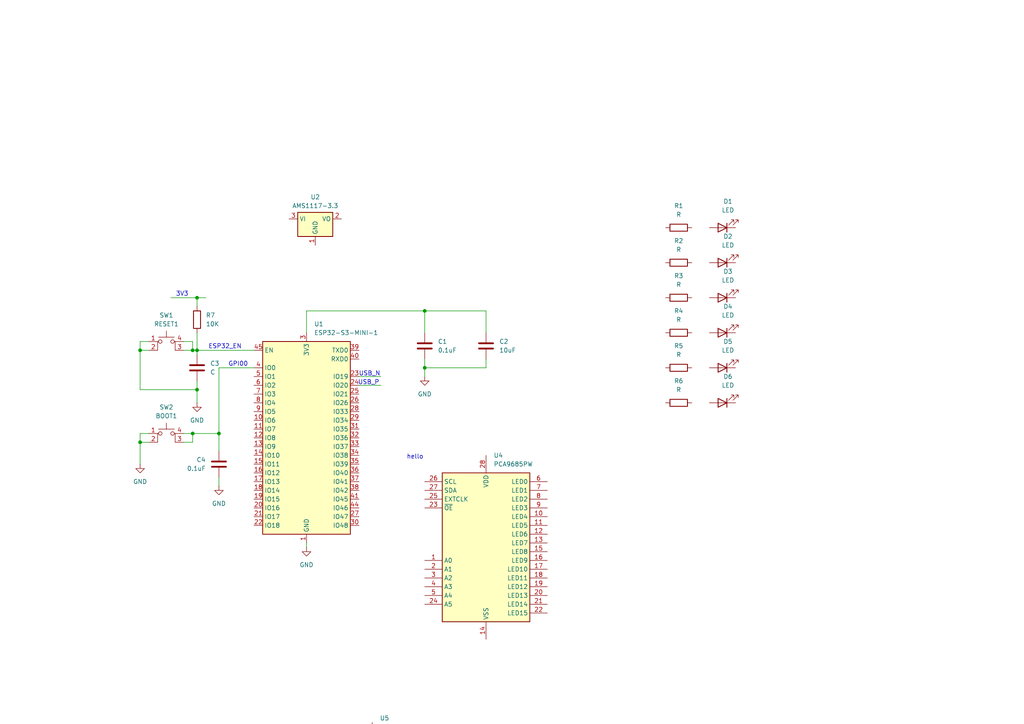
<source format=kicad_sch>
(kicad_sch (version 20231120) (generator "eeschema") (generator_version "8.0")
  (paper "A4")
  (lib_symbols
    (symbol "Device:C" (pin_numbers hide) (pin_names (offset 0.254))
      (property "Reference" "C" (at 0.635 2.54 0))
      (property "Value" "C" (at 0.635 -2.54 0))
      (symbol "C_0_1"
        (polyline (pts (xy -2.032 -0.762) (xy 2.032 -0.762)) (stroke (width 0.508)))
        (polyline (pts (xy -2.032 0.762) (xy 2.032 0.762)) (stroke (width 0.508)))
      )
      (symbol "C_1_1"
        (pin passive line (at 0 3.81 270) (length 2.794) (name "~") (number "1"))
        (pin passive line (at 0 -3.81 90) (length 2.794) (name "~") (number "2"))
      )
    )
    (symbol "Device:LED" (pin_numbers hide) (pin_names (offset 1.016) hide)
      (property "Reference" "D" (at 0 2.54 0))
      (property "Value" "LED" (at 0 -2.54 0))
      (symbol "LED_0_1"
        (polyline (pts (xy -1.27 -1.27) (xy -1.27 1.27)) (stroke (width 0.254)))
        (polyline (pts (xy -1.27 0) (xy 1.27 0)))
        (polyline (pts (xy 1.27 -1.27) (xy 1.27 1.27) (xy -1.27 0) (xy 1.27 -1.27)) (stroke (width 0.254)))
        (polyline (pts (xy -3.048 -0.762) (xy -4.572 -2.286) (xy -3.81 -2.286) (xy -4.572 -2.286) (xy -4.572 -1.524)))
        (polyline (pts (xy -1.778 -0.762) (xy -3.302 -2.286) (xy -2.54 -2.286) (xy -3.302 -2.286) (xy -3.302 -1.524)))
      )
      (symbol "LED_1_1"
        (pin passive line (at -3.81 0 0) (length 2.54) (name "K") (number "1"))
        (pin passive line (at 3.81 0 180) (length 2.54) (name "A") (number "2"))
      )
    )
    (symbol "Device:R" (pin_numbers hide) (pin_names (offset 0))
      (property "Reference" "R" (at 2.032 0 90))
      (property "Value" "R" (at 0 0 90))
      (symbol "R_0_1"
        (rectangle (start -1.016 -2.54) (end 1.016 2.54) (stroke (width 0.254)))
      )
      (symbol "R_1_1"
        (pin passive line (at 0 3.81 270) (length 1.27) (name "~") (number "1"))
        (pin passive line (at 0 -3.81 90) (length 1.27) (name "~") (number "2"))
      )
    )
    (symbol "Driver_LED:PCA9685PW"
      (property "Reference" "U" (at -12.7 22.225 0))
      (property "Value" "PCA9685PW" (at 1.27 22.225 0))
      (symbol "PCA9685PW_0_1"
        (rectangle (start -12.7 20.32) (end 12.7 -22.86) (stroke (width 0.254)) (fill (type background)))
      )
      (symbol "PCA9685PW_1_1"
        (pin input line (at -17.78 -5.08 0) (length 5.08) (name "A0") (number "1"))
        (pin output line (at 17.78 7.62 180) (length 5.08) (name "LED4") (number "10"))
        (pin output line (at 17.78 5.08 180) (length 5.08) (name "LED5") (number "11"))
        (pin output line (at 17.78 2.54 180) (length 5.08) (name "LED6") (number "12"))
        (pin output line (at 17.78 0 180) (length 5.08) (name "LED7") (number "13"))
        (pin power_in line (at 0 -27.94 90) (length 5.08) (name "VSS") (number "14"))
        (pin output line (at 17.78 -2.54 180) (length 5.08) (name "LED8") (number "15"))
        (pin output line (at 17.78 -5.08 180) (length 5.08) (name "LED9") (number "16"))
        (pin output line (at 17.78 -7.62 180) (length 5.08) (name "LED10") (number "17"))
        (pin output line (at 17.78 -10.16 180) (length 5.08) (name "LED11") (number "18"))
        (pin output line (at 17.78 -12.7 180) (length 5.08) (name "LED12") (number "19"))
        (pin input line (at -17.78 -7.62 0) (length 5.08) (name "A1") (number "2"))
        (pin output line (at 17.78 -15.24 180) (length 5.08) (name "LED13") (number "20"))
        (pin output line (at 17.78 -17.78 180) (length 5.08) (name "LED14") (number "21"))
        (pin output line (at 17.78 -20.32 180) (length 5.08) (name "LED15") (number "22"))
        (pin input line (at -17.78 10.16 0) (length 5.08) (name "~{OE}") (number "23"))
        (pin input line (at -17.78 -17.78 0) (length 5.08) (name "A5") (number "24"))
        (pin input line (at -17.78 12.7 0) (length 5.08) (name "EXTCLK") (number "25"))
        (pin input line (at -17.78 17.78 0) (length 5.08) (name "SCL") (number "26"))
        (pin bidirectional line (at -17.78 15.24 0) (length 5.08) (name "SDA") (number "27"))
        (pin power_in line (at 0 25.4 270) (length 5.08) (name "VDD") (number "28"))
        (pin input line (at -17.78 -10.16 0) (length 5.08) (name "A2") (number "3"))
        (pin input line (at -17.78 -12.7 0) (length 5.08) (name "A3") (number "4"))
        (pin input line (at -17.78 -15.24 0) (length 5.08) (name "A4") (number "5"))
        (pin output line (at 17.78 17.78 180) (length 5.08) (name "LED0") (number "6"))
        (pin output line (at 17.78 15.24 180) (length 5.08) (name "LED1") (number "7"))
        (pin output line (at 17.78 12.7 180) (length 5.08) (name "LED2") (number "8"))
        (pin output line (at 17.78 10.16 180) (length 5.08) (name "LED3") (number "9"))
      )
    )
    (symbol "Driver_LED:TLC5947RHB" (pin_names (offset 1.016))
      (property "Reference" "U" (at -13.97 38.1 0))
      (property "Value" "TLC5947RHB" (at -13.97 35.56 0))
      (symbol "TLC5947RHB_0_1"
        (rectangle (start -13.97 34.29) (end 13.97 -31.75) (stroke (width 0.254)) (fill (type background)))
        (pin output line (at 17.78 30.48 180) (length 3.81) (name "OUT0") (number "1"))
        (pin output line (at 17.78 7.62 180) (length 3.81) (name "OUT9") (number "10"))
        (pin output line (at 17.78 5.08 180) (length 3.81) (name "OUT10") (number "11"))
        (pin output line (at 17.78 2.54 180) (length 3.81) (name "OUT11") (number "12"))
        (pin output line (at 17.78 0 180) (length 3.81) (name "OUT12") (number "13"))
        (pin output line (at 17.78 -2.54 180) (length 3.81) (name "OUT13") (number "14"))
        (pin output line (at 17.78 -5.08 180) (length 3.81) (name "OUT14") (number "15"))
        (pin output line (at 17.78 -7.62 180) (length 3.81) (name "OUT15") (number "16"))
        (pin output line (at 17.78 -10.16 180) (length 3.81) (name "OUT16") (number "17"))
        (pin output line (at 17.78 -12.7 180) (length 3.81) (name "OUT17") (number "18"))
        (pin output line (at 17.78 -15.24 180) (length 3.81) (name "OUT18") (number "19"))
        (pin output line (at 17.78 27.94 180) (length 3.81) (name "OUT1") (number "2"))
        (pin output line (at 17.78 -17.78 180) (length 3.81) (name "OUT19") (number "20"))
        (pin output line (at 17.78 -20.32 180) (length 3.81) (name "OUT20") (number "21"))
        (pin output line (at 17.78 -22.86 180) (length 3.81) (name "OUT21") (number "22"))
        (pin output line (at 17.78 -25.4 180) (length 3.81) (name "OUT22") (number "23"))
        (pin output line (at 17.78 -27.94 180) (length 3.81) (name "OUT23") (number "24"))
        (pin output line (at -17.78 -5.08 0) (length 3.81) (name "SOUT") (number "25"))
        (pin input line (at -17.78 2.54 0) (length 3.81) (name "XLAT") (number "26"))
        (pin input line (at -17.78 7.62 0) (length 3.81) (name "IREF") (number "27"))
        (pin power_in line (at 5.08 38.1 270) (length 3.81) (name "VCC") (number "28"))
        (pin power_in line (at -2.54 -35.56 90) (length 3.81) (name "GND") (number "29"))
        (pin output line (at 17.78 25.4 180) (length 3.81) (name "OUT2") (number "3"))
        (pin input line (at -17.78 5.08 0) (length 3.81) (name "BLANK") (number "30"))
        (pin input line (at -17.78 0 0) (length 3.81) (name "SCLK") (number "31"))
        (pin input line (at -17.78 -2.54 0) (length 3.81) (name "SIN") (number "32"))
        (pin power_in line (at 2.54 -35.56 90) (length 3.81) (name "PowerPAD") (number "33"))
        (pin output line (at 17.78 22.86 180) (length 3.81) (name "OUT3") (number "4"))
        (pin output line (at 17.78 20.32 180) (length 3.81) (name "OUT4") (number "5"))
        (pin output line (at 17.78 17.78 180) (length 3.81) (name "OUT5") (number "6"))
        (pin output line (at 17.78 15.24 180) (length 3.81) (name "OUT6") (number "7"))
        (pin output line (at 17.78 12.7 180) (length 3.81) (name "OUT7") (number "8"))
        (pin output line (at 17.78 10.16 180) (length 3.81) (name "OUT8") (number "9"))
      )
    )
    (symbol "RF_Module:ESP32-S3-MINI-1"
      (property "Reference" "U" (at -11.43 29.21 0))
      (property "Value" "ESP32-S3-MINI-1" (at 12.7 29.21 0))
      (symbol "ESP32-S3-MINI-1_0_1"
        (rectangle (start -12.7 27.94) (end 12.7 -27.94) (stroke (width 0.254)) (fill (type background)))
      )
      (symbol "ESP32-S3-MINI-1_1_1"
        (pin power_in line (at 0 -30.48 90) (length 2.54) (name "GND") (number "1"))
        (pin bidirectional line (at -15.24 5.08 0) (length 2.54) (name "IO6") (number "10"))
        (pin bidirectional line (at -15.24 2.54 0) (length 2.54) (name "IO7") (number "11"))
        (pin bidirectional line (at -15.24 0 0) (length 2.54) (name "IO8") (number "12"))
        (pin bidirectional line (at -15.24 -2.54 0) (length 2.54) (name "IO9") (number "13"))
        (pin bidirectional line (at -15.24 -5.08 0) (length 2.54) (name "IO10") (number "14"))
        (pin bidirectional line (at -15.24 -7.62 0) (length 2.54) (name "IO11") (number "15"))
        (pin bidirectional line (at -15.24 -10.16 0) (length 2.54) (name "IO12") (number "16"))
        (pin bidirectional line (at -15.24 -12.7 0) (length 2.54) (name "IO13") (number "17"))
        (pin bidirectional line (at -15.24 -15.24 0) (length 2.54) (name "IO14") (number "18"))
        (pin bidirectional line (at -15.24 -17.78 0) (length 2.54) (name "IO15") (number "19"))
        (pin passive line (at 0 -30.48 90) (length 2.54) hide (name "GND") (number "2"))
        (pin bidirectional line (at -15.24 -20.32 0) (length 2.54) (name "IO16") (number "20"))
        (pin bidirectional line (at -15.24 -22.86 0) (length 2.54) (name "IO17") (number "21"))
        (pin bidirectional line (at -15.24 -25.4 0) (length 2.54) (name "IO18") (number "22"))
        (pin bidirectional line (at 15.24 17.78 180) (length 2.54) (name "IO19") (number "23"))
        (pin bidirectional line (at 15.24 15.24 180) (length 2.54) (name "IO20") (number "24"))
        (pin bidirectional line (at 15.24 12.7 180) (length 2.54) (name "IO21") (number "25"))
        (pin bidirectional line (at 15.24 10.16 180) (length 2.54) (name "IO26") (number "26"))
        (pin bidirectional line (at 15.24 -22.86 180) (length 2.54) (name "IO47") (number "27"))
        (pin bidirectional line (at 15.24 7.62 180) (length 2.54) (name "IO33") (number "28"))
        (pin bidirectional line (at 15.24 5.08 180) (length 2.54) (name "IO34") (number "29"))
        (pin power_in line (at 0 30.48 270) (length 2.54) (name "3V3") (number "3"))
        (pin bidirectional line (at 15.24 -25.4 180) (length 2.54) (name "IO48") (number "30"))
        (pin bidirectional line (at 15.24 2.54 180) (length 2.54) (name "IO35") (number "31"))
        (pin bidirectional line (at 15.24 0 180) (length 2.54) (name "IO36") (number "32"))
        (pin bidirectional line (at 15.24 -2.54 180) (length 2.54) (name "IO37") (number "33"))
        (pin bidirectional line (at 15.24 -5.08 180) (length 2.54) (name "IO38") (number "34"))
        (pin bidirectional line (at 15.24 -7.62 180) (length 2.54) (name "IO39") (number "35"))
        (pin bidirectional line (at 15.24 -10.16 180) (length 2.54) (name "IO40") (number "36"))
        (pin bidirectional line (at 15.24 -12.7 180) (length 2.54) (name "IO41") (number "37"))
        (pin bidirectional line (at 15.24 -15.24 180) (length 2.54) (name "IO42") (number "38"))
        (pin bidirectional line (at 15.24 25.4 180) (length 2.54) (name "TXD0") (number "39"))
        (pin bidirectional line (at -15.24 20.32 0) (length 2.54) (name "IO0") (number "4"))
        (pin bidirectional line (at 15.24 22.86 180) (length 2.54) (name "RXD0") (number "40"))
        (pin bidirectional line (at 15.24 -17.78 180) (length 2.54) (name "IO45") (number "41"))
        (pin passive line (at 0 -30.48 90) (length 2.54) hide (name "GND") (number "42"))
        (pin passive line (at 0 -30.48 90) (length 2.54) hide (name "GND") (number "43"))
        (pin bidirectional line (at 15.24 -20.32 180) (length 2.54) (name "IO46") (number "44"))
        (pin input line (at -15.24 25.4 0) (length 2.54) (name "EN") (number "45"))
        (pin passive line (at 0 -30.48 90) (length 2.54) hide (name "GND") (number "46"))
        (pin passive line (at 0 -30.48 90) (length 2.54) hide (name "GND") (number "47"))
        (pin passive line (at 0 -30.48 90) (length 2.54) hide (name "GND") (number "48"))
        (pin passive line (at 0 -30.48 90) (length 2.54) hide (name "GND") (number "49"))
        (pin bidirectional line (at -15.24 17.78 0) (length 2.54) (name "IO1") (number "5"))
        (pin passive line (at 0 -30.48 90) (length 2.54) hide (name "GND") (number "50"))
        (pin passive line (at 0 -30.48 90) (length 2.54) hide (name "GND") (number "51"))
        (pin passive line (at 0 -30.48 90) (length 2.54) hide (name "GND") (number "52"))
        (pin passive line (at 0 -30.48 90) (length 2.54) hide (name "GND") (number "53"))
        (pin passive line (at 0 -30.48 90) (length 2.54) hide (name "GND") (number "54"))
        (pin passive line (at 0 -30.48 90) (length 2.54) hide (name "GND") (number "55"))
        (pin passive line (at 0 -30.48 90) (length 2.54) hide (name "GND") (number "56"))
        (pin passive line (at 0 -30.48 90) (length 2.54) hide (name "GND") (number "57"))
        (pin passive line (at 0 -30.48 90) (length 2.54) hide (name "GND") (number "58"))
        (pin passive line (at 0 -30.48 90) (length 2.54) hide (name "GND") (number "59"))
        (pin bidirectional line (at -15.24 15.24 0) (length 2.54) (name "IO2") (number "6"))
        (pin passive line (at 0 -30.48 90) (length 2.54) hide (name "GND") (number "60"))
        (pin passive line (at 0 -30.48 90) (length 2.54) hide (name "GND") (number "61"))
        (pin passive line (at 0 -30.48 90) (length 2.54) hide (name "GND") (number "62"))
        (pin passive line (at 0 -30.48 90) (length 2.54) hide (name "GND") (number "63"))
        (pin passive line (at 0 -30.48 90) (length 2.54) hide (name "GND") (number "64"))
        (pin passive line (at 0 -30.48 90) (length 2.54) hide (name "GND") (number "65"))
        (pin bidirectional line (at -15.24 12.7 0) (length 2.54) (name "IO3") (number "7"))
        (pin bidirectional line (at -15.24 10.16 0) (length 2.54) (name "IO4") (number "8"))
        (pin bidirectional line (at -15.24 7.62 0) (length 2.54) (name "IO5") (number "9"))
      )
    )
    (symbol "RF_Module:ESP32-S3-WROOM-1"
      (property "Reference" "U" (at -12.7 26.67 0))
      (property "Value" "ESP32-S3-WROOM-1" (at 12.7 26.67 0))
      (symbol "ESP32-S3-WROOM-1_0_0"
        (rectangle (start -12.7 25.4) (end 12.7 -25.4) (stroke (width 0.254)) (fill (type background)))
        (text "PSRAM" (at 5.08 2.54 900) (effects (font (size 1.27 1.27))))
      )
      (symbol "ESP32-S3-WROOM-1_0_1"
        (polyline (pts (xy 7.62 -1.27) (xy 6.35 -1.27) (xy 6.35 6.35) (xy 7.62 6.35)))
      )
      (symbol "ESP32-S3-WROOM-1_1_1"
        (pin power_in line (at 0 -27.94 90) (length 2.54) (name "GND") (number "1"))
        (pin bidirectional line (at 15.24 17.78 180) (length 2.54) (name "IO17") (number "10"))
        (pin bidirectional line (at 15.24 15.24 180) (length 2.54) (name "IO18") (number "11"))
        (pin bidirectional line (at -15.24 -2.54 0) (length 2.54) (name "IO8") (number "12"))
        (pin bidirectional line (at 15.24 12.7 180) (length 2.54) (name "IO19") (number "13"))
        (pin bidirectional line (at 15.24 10.16 180) (length 2.54) (name "IO20") (number "14"))
        (pin bidirectional line (at -15.24 10.16 0) (length 2.54) (name "IO3") (number "15"))
        (pin bidirectional line (at 15.24 -17.78 180) (length 2.54) (name "IO46") (number "16"))
        (pin bidirectional line (at -15.24 -5.08 0) (length 2.54) (name "IO9") (number "17"))
        (pin bidirectional line (at -15.24 -7.62 0) (length 2.54) (name "IO10") (number "18"))
        (pin bidirectional line (at -15.24 -10.16 0) (length 2.54) (name "IO11") (number "19"))
        (pin power_in line (at 0 27.94 270) (length 2.54) (name "3V3") (number "2"))
        (pin bidirectional line (at -15.24 -12.7 0) (length 2.54) (name "IO12") (number "20"))
        (pin bidirectional line (at -15.24 -15.24 0) (length 2.54) (name "IO13") (number "21"))
        (pin bidirectional line (at -15.24 -17.78 0) (length 2.54) (name "IO14") (number "22"))
        (pin bidirectional line (at 15.24 7.62 180) (length 2.54) (name "IO21") (number "23"))
        (pin bidirectional line (at 15.24 -20.32 180) (length 2.54) (name "IO47") (number "24"))
        (pin bidirectional line (at 15.24 -22.86 180) (length 2.54) (name "IO48") (number "25"))
        (pin bidirectional line (at 15.24 -15.24 180) (length 2.54) (name "IO45") (number "26"))
        (pin bidirectional line (at -15.24 17.78 0) (length 2.54) (name "IO0") (number "27"))
        (pin bidirectional line (at 15.24 5.08 180) (length 2.54) (name "IO35") (number "28"))
        (pin bidirectional line (at 15.24 2.54 180) (length 2.54) (name "IO36") (number "29"))
        (pin input line (at -15.24 22.86 0) (length 2.54) (name "EN") (number "3"))
        (pin bidirectional line (at 15.24 0 180) (length 2.54) (name "IO37") (number "30"))
        (pin bidirectional line (at 15.24 -2.54 180) (length 2.54) (name "IO38") (number "31"))
        (pin bidirectional line (at 15.24 -5.08 180) (length 2.54) (name "IO39") (number "32"))
        (pin bidirectional line (at 15.24 -7.62 180) (length 2.54) (name "IO40") (number "33"))
        (pin bidirectional line (at 15.24 -10.16 180) (length 2.54) (name "IO41") (number "34"))
        (pin bidirectional line (at 15.24 -12.7 180) (length 2.54) (name "IO42") (number "35"))
        (pin bidirectional line (at 15.24 20.32 180) (length 2.54) (name "RXD0") (number "36"))
        (pin bidirectional line (at 15.24 22.86 180) (length 2.54) (name "TXD0") (number "37"))
        (pin bidirectional line (at -15.24 12.7 0) (length 2.54) (name "IO2") (number "38"))
        (pin bidirectional line (at -15.24 15.24 0) (length 2.54) (name "IO1") (number "39"))
        (pin bidirectional line (at -15.24 7.62 0) (length 2.54) (name "IO4") (number "4"))
        (pin passive line (at 0 -27.94 90) (length 2.54) hide (name "GND") (number "40"))
        (pin passive line (at 0 -27.94 90) (length 2.54) hide (name "GND") (number "41"))
        (pin bidirectional line (at -15.24 5.08 0) (length 2.54) (name "IO5") (number "5"))
        (pin bidirectional line (at -15.24 2.54 0) (length 2.54) (name "IO6") (number "6"))
        (pin bidirectional line (at -15.24 0 0) (length 2.54) (name "IO7") (number "7"))
        (pin bidirectional line (at -15.24 -20.32 0) (length 2.54) (name "IO15") (number "8"))
        (pin bidirectional line (at -15.24 -22.86 0) (length 2.54) (name "IO16") (number "9"))
      )
    )
    (symbol "Regulator_Linear:AMS1117-3.3"
      (property "Reference" "U" (at -3.81 3.175 0))
      (property "Value" "AMS1117-3.3" (at 0 3.175 0))
      (symbol "AMS1117-3.3_0_1"
        (rectangle (start -5.08 -5.08) (end 5.08 1.905) (stroke (width 0.254)) (fill (type background)))
      )
      (symbol "AMS1117-3.3_1_1"
        (pin power_in line (at 0 -7.62 90) (length 2.54) (name "GND") (number "1"))
        (pin power_out line (at 7.62 0 180) (length 2.54) (name "VO") (number "2"))
        (pin power_in line (at -7.62 0 0) (length 2.54) (name "VI") (number "3"))
      )
    )
    (symbol "Switch:SW_MEC_5E" (pin_names (offset 1.016) hide)
      (property "Reference" "SW" (at 0.635 5.715 0))
      (property "Value" "SW_MEC_5E" (at 0 -3.175 0))
      (symbol "SW_MEC_5E_0_1"
        (circle (center -1.778 2.54) (radius 0.508))
        (polyline (pts (xy -2.286 3.81) (xy 2.286 3.81)))
        (polyline (pts (xy 0 3.81) (xy 0 5.588)))
        (polyline (pts (xy -2.54 0) (xy -2.54 2.54) (xy -2.286 2.54)))
        (polyline (pts (xy 2.54 0) (xy 2.54 2.54) (xy 2.286 2.54)))
        (circle (center 1.778 2.54) (radius 0.508))
        (pin passive line (at -5.08 2.54 0) (length 2.54) (name "1") (number "1"))
        (pin passive line (at -5.08 0 0) (length 2.54) (name "2") (number "2"))
        (pin passive line (at 5.08 0 180) (length 2.54) (name "K") (number "3"))
        (pin passive line (at 5.08 2.54 180) (length 2.54) (name "A") (number "4"))
      )
    )
    (symbol "power:GND" (power) (pin_numbers hide) (pin_names (offset 0) hide)
      (property "Value" "GND" (at 0 -3.81 0))
      (symbol "GND_0_1"
        (polyline (pts (xy 0 0) (xy 0 -1.27) (xy 1.27 -1.27) (xy 0 -2.54) (xy -1.27 -1.27) (xy 0 -1.27)))
      )
      (symbol "GND_1_1"
        (pin power_in line (at 0 0 270) (length 0) (name "~") (number "1"))
      )
    )
  )
  (junction (at 40.64 128.27))
  (junction (at 57.15 86.36))
  (junction (at 55.88 101.6))
  (junction (at 123.19 90.17))
  (junction (at 57.15 113.03))
  (junction (at 63.5 125.73))
  (junction (at 123.19 106.68))
  (junction (at 55.88 125.73))
  (junction (at 40.64 101.6))
  (junction (at 57.15 101.6))
  (wire (pts (xy 40.64 101.6) (xy 40.64 113.03)))
  (wire (pts (xy 40.64 101.6) (xy 43.18 101.6)))
  (wire (pts (xy 57.15 101.6) (xy 57.15 102.87)))
  (wire (pts (xy 55.88 125.73) (xy 55.88 128.27)))
  (wire (pts (xy 123.19 106.68) (xy 123.19 109.22)))
  (wire (pts (xy 140.97 104.14) (xy 140.97 106.68)))
  (wire (pts (xy 104.14 109.22) (xy 110.49 109.22)))
  (wire (pts (xy 53.34 125.73) (xy 55.88 125.73)))
  (wire (pts (xy 63.5 125.73) (xy 63.5 130.81)))
  (wire (pts (xy 55.88 125.73) (xy 63.5 125.73)))
  (wire (pts (xy 55.88 99.06) (xy 55.88 101.6)))
  (wire (pts (xy 88.9 96.52) (xy 88.9 90.17)))
  (wire (pts (xy 49.53 86.36) (xy 57.15 86.36)))
  (wire (pts (xy 57.15 86.36) (xy 57.15 88.9)))
  (wire (pts (xy 104.14 111.76) (xy 110.49 111.76)))
  (wire (pts (xy 43.18 99.06) (xy 40.64 99.06)))
  (wire (pts (xy 57.15 86.36) (xy 59.69 86.36)))
  (wire (pts (xy 63.5 138.43) (xy 63.5 140.97)))
  (wire (pts (xy 57.15 110.49) (xy 57.15 113.03)))
  (wire (pts (xy 57.15 113.03) (xy 57.15 116.84)))
  (wire (pts (xy 40.64 125.73) (xy 40.64 128.27)))
  (wire (pts (xy 53.34 101.6) (xy 55.88 101.6)))
  (wire (pts (xy 40.64 113.03) (xy 57.15 113.03)))
  (wire (pts (xy 123.19 90.17) (xy 123.19 96.52)))
  (wire (pts (xy 53.34 99.06) (xy 55.88 99.06)))
  (wire (pts (xy 140.97 106.68) (xy 123.19 106.68)))
  (wire (pts (xy 40.64 128.27) (xy 40.64 134.62)))
  (wire (pts (xy 123.19 90.17) (xy 140.97 90.17)))
  (wire (pts (xy 40.64 128.27) (xy 43.18 128.27)))
  (wire (pts (xy 53.34 128.27) (xy 55.88 128.27)))
  (wire (pts (xy 57.15 101.6) (xy 73.66 101.6)))
  (wire (pts (xy 55.88 101.6) (xy 57.15 101.6)))
  (wire (pts (xy 123.19 104.14) (xy 123.19 106.68)))
  (wire (pts (xy 63.5 106.68) (xy 73.66 106.68)))
  (wire (pts (xy 88.9 157.48) (xy 88.9 158.75)))
  (wire (pts (xy 63.5 125.73) (xy 63.5 106.68)))
  (wire (pts (xy 88.9 90.17) (xy 123.19 90.17)))
  (wire (pts (xy 57.15 96.52) (xy 57.15 101.6)))
  (wire (pts (xy 140.97 90.17) (xy 140.97 96.52)))
  (wire (pts (xy 43.18 125.73) (xy 40.64 125.73)))
  (wire (pts (xy 40.64 99.06) (xy 40.64 101.6)))
  (text "hello\n" (at 120.396 132.588 0) (effects (font (size 1.27 1.27))))
  (text "USB_P\n" (at 106.934 110.998 0) (effects (font (size 1.27 1.27))))
  (text "GPI00\n" (at 69.088 105.664 0) (effects (font (size 1.27 1.27))))
  (text "USB_N\n" (at 107.188 108.458 0) (effects (font (size 1.27 1.27))))
  (text "3V3" (at 52.832 85.344 0) (effects (font (size 1.27 1.27))))
  (text "ESP32_EN\n" (at 65.278 100.584 0) (effects (font (size 1.27 1.27))))
  (symbol (lib_id "Device:C") (at 140.97 100.33 0) (unit 1)
    (property "Reference" "C2" (at 144.78 99.0599 0) (effects (justify left)))
    (property "Value" "10uF" (at 144.78 101.5999 0) (effects (justify left)))
    (property "Footprint" "Capacitor_THT:C_Disc_D3.0mm_W1.6mm_P2.50mm" (effects (hide yes)))
    (property "Description" "Unpolarized capacitor" (effects (hide yes)))
  )
  (symbol (lib_id "power:GND") (at 57.15 116.84 0) (unit 1)
    (property "Reference" "#PWR03" (effects (hide yes)))
    (property "Value" "GND" (at 57.15 121.92 0))
    (property "Description" "Power symbol creates a global label with name \"GND\" , ground" (effects (hide yes)))
  )
  (symbol (lib_id "Switch:SW_MEC_5E") (at 48.26 128.27 0) (unit 1)
    (property "Reference" "SW2" (at 48.26 118.11 0))
    (property "Value" "BOOT1" (at 48.26 120.65 0))
    (property "Datasheet" "http://www.apem.com/int/index.php?controller=attachment&id_attachment=1371" (effects (hide yes)))
    (property "Description" "MEC 5E single pole normally-open tactile switch" (effects (hide yes)))
  )
  (symbol (lib_id "Device:LED") (at 209.55 106.68 180) (unit 1)
    (property "Reference" "D5" (at 211.1375 99.06 0))
    (property "Value" "LED" (at 211.1375 101.6 0))
    (property "Description" "Light emitting diode" (effects (hide yes)))
  )
  (symbol (lib_id "Driver_LED:TLC5947RHB") (at 102.87 247.65 0) (unit 1)
    (property "Reference" "U5" (at 110.1441 208.28 0) (effects (justify left)))
    (property "Value" "TLC5947RHB" (at 110.1441 210.82 0) (effects (justify left)))
    (property "Footprint" "Package_DFN_QFN:QFN-32-1EP_5x5mm_P0.5mm_EP3.45x3.45mm" (effects (hide yes)))
    (property "Datasheet" "http://www.ti.com/lit/ds/symlink/tlc5947.pdf" (effects (hide yes)))
    (property "Description" "24-Channel, 12-Bit PWM LED Driver, QFN" (effects (hide yes)))
  )
  (symbol (lib_id "Device:C") (at 57.15 106.68 180) (unit 1)
    (property "Reference" "C3" (at 60.96 105.4099 0) (effects (justify right)))
    (property "Value" "C" (at 60.96 107.9499 0) (effects (justify right)))
    (property "Description" "Unpolarized capacitor" (effects (hide yes)))
  )
  (symbol (lib_id "Device:R") (at 196.85 66.04 90) (unit 1)
    (property "Reference" "R1" (at 196.85 59.69 90))
    (property "Value" "R" (at 196.85 62.23 90))
    (property "Description" "Resistor" (effects (hide yes)))
  )
  (symbol (lib_id "Device:LED") (at 209.55 116.84 180) (unit 1)
    (property "Reference" "D6" (at 211.1375 109.22 0))
    (property "Value" "LED" (at 211.1375 111.76 0))
    (property "Description" "Light emitting diode" (effects (hide yes)))
  )
  (symbol (lib_id "Device:LED") (at 209.55 66.04 180) (unit 1)
    (property "Reference" "D1" (at 211.1375 58.42 0))
    (property "Value" "LED" (at 211.1375 60.96 0))
    (property "Description" "Light emitting diode" (effects (hide yes)))
  )
  (symbol (lib_id "power:GND") (at 123.19 109.22 0) (unit 1)
    (property "Reference" "#PWR01" (effects (hide yes)))
    (property "Value" "GND" (at 123.19 114.3 0))
    (property "Description" "Power symbol creates a global label with name \"GND\" , ground" (effects (hide yes)))
  )
  (symbol (lib_id "Device:R") (at 196.85 116.84 90) (unit 1)
    (property "Reference" "R6" (at 196.85 110.49 90))
    (property "Value" "R" (at 196.85 113.03 90))
    (property "Description" "Resistor" (effects (hide yes)))
  )
  (symbol (lib_id "Device:C") (at 123.19 100.33 0) (unit 1)
    (property "Reference" "C1" (at 127 99.0599 0) (effects (justify left)))
    (property "Value" "0.1uF" (at 127 101.5999 0) (effects (justify left)))
    (property "Description" "Unpolarized capacitor" (effects (hide yes)))
  )
  (symbol (lib_id "Device:LED") (at 209.55 76.2 180) (unit 1)
    (property "Reference" "D2" (at 211.1375 68.58 0))
    (property "Value" "LED" (at 211.1375 71.12 0))
    (property "Description" "Light emitting diode" (effects (hide yes)))
  )
  (symbol (lib_id "Device:R") (at 57.15 92.71 0) (unit 1)
    (property "Reference" "R7" (at 59.69 91.4399 0) (effects (justify left)))
    (property "Value" "10K" (at 59.69 93.9799 0) (effects (justify left)))
    (property "Description" "Resistor" (effects (hide yes)))
  )
  (symbol (lib_id "Device:LED") (at 209.55 86.36 180) (unit 1)
    (property "Reference" "D3" (at 211.1375 78.74 0))
    (property "Value" "LED" (at 211.1375 81.28 0))
    (property "Description" "Light emitting diode" (effects (hide yes)))
  )
  (symbol (lib_id "Device:R") (at 196.85 86.36 90) (unit 1)
    (property "Reference" "R3" (at 196.85 80.01 90))
    (property "Value" "R" (at 196.85 82.55 90))
    (property "Description" "Resistor" (effects (hide yes)))
  )
  (symbol (lib_id "Switch:SW_MEC_5E") (at 48.26 101.6 0) (unit 1)
    (property "Reference" "SW1" (at 48.26 91.44 0))
    (property "Value" "RESET1" (at 48.26 93.98 0))
    (property "Datasheet" "http://www.apem.com/int/index.php?controller=attachment&id_attachment=1371" (effects (hide yes)))
    (property "Description" "MEC 5E single pole normally-open tactile switch" (effects (hide yes)))
  )
  (symbol (lib_id "Device:R") (at 196.85 76.2 90) (unit 1)
    (property "Reference" "R2" (at 196.85 69.85 90))
    (property "Value" "R" (at 196.85 72.39 90))
    (property "Description" "Resistor" (effects (hide yes)))
  )
  (symbol (lib_id "Driver_LED:PCA9685PW") (at 140.97 157.48 0) (unit 1)
    (property "Reference" "U4" (at 143.1641 132.08 0) (effects (justify left)))
    (property "Value" "PCA9685PW" (at 143.1641 134.62 0) (effects (justify left)))
    (property "Footprint" "Package_SO:TSSOP-28_4.4x9.7mm_P0.65mm" (effects (hide yes)))
    (property "Datasheet" "http://www.nxp.com/docs/en/data-sheet/PCA9685.pdf" (effects (hide yes)))
    (property "Description" "16-channel 12-bit PWM Fm+ I2C-bus LED controller RGBA TSSOP" (effects (hide yes)))
  )
  (symbol (lib_id "Device:R") (at 196.85 96.52 90) (unit 1)
    (property "Reference" "R4" (at 196.85 90.17 90))
    (property "Value" "R" (at 196.85 92.71 90))
    (property "Description" "Resistor" (effects (hide yes)))
  )
  (symbol (lib_id "RF_Module:ESP32-S3-MINI-1") (at 88.9 127 0) (unit 1)
    (property "Reference" "U1" (at 91.0941 93.98 0) (effects (justify left)))
    (property "Value" "ESP32-S3-MINI-1" (at 91.0941 96.52 0) (effects (justify left)))
    (property "Footprint" "RF_Module:ESP32-S2-MINI-1" (effects (hide yes)))
    (property "Datasheet" "https://www.espressif.com/sites/default/files/documentation/esp32-s3-mini-1_mini-1u_datasheet_en.pdf" (effects (hide yes)))
    (property "Description" "RF Module, ESP32-S3 SoC, Wi-Fi 802.11b/g/n, Bluetooth, BLE, 32-bit, 3.3V, SMD, onboard antenna" (effects (hide yes)))
  )
  (symbol (lib_id "Device:R") (at 196.85 106.68 90) (unit 1)
    (property "Reference" "R5" (at 196.85 100.33 90))
    (property "Value" "R" (at 196.85 102.87 90))
    (property "Description" "Resistor" (effects (hide yes)))
  )
  (symbol (lib_id "Device:C") (at 63.5 134.62 0) (mirror x) (unit 1)
    (property "Reference" "C4" (at 59.69 133.3499 0) (effects (justify right)))
    (property "Value" "0.1uF" (at 59.69 135.8899 0) (effects (justify right)))
    (property "Description" "Unpolarized capacitor" (effects (hide yes)))
  )
  (symbol (lib_id "Regulator_Linear:AMS1117-3.3") (at 91.44 63.5 0) (unit 1)
    (property "Reference" "U2" (at 91.44 57.15 0))
    (property "Value" "AMS1117-3.3" (at 91.44 59.69 0))
    (property "Footprint" "Package_TO_SOT_SMD:SOT-223-3_TabPin2" (effects (hide yes)))
    (property "Datasheet" "http://www.advanced-monolithic.com/pdf/ds1117.pdf" (effects (hide yes)))
    (property "Description" "1A Low Dropout regulator, positive, 3.3V fixed output, SOT-223" (effects (hide yes)))
  )
  (symbol (lib_id "power:GND") (at 88.9 158.75 0) (unit 1)
    (property "Reference" "#PWR02" (effects (hide yes)))
    (property "Value" "GND" (at 88.9 163.83 0))
    (property "Description" "Power symbol creates a global label with name \"GND\" , ground" (effects (hide yes)))
  )
  (symbol (lib_id "power:GND") (at 40.64 134.62 0) (unit 1)
    (property "Reference" "#PWR04" (effects (hide yes)))
    (property "Value" "GND" (at 40.64 139.7 0))
    (property "Description" "Power symbol creates a global label with name \"GND\" , ground" (effects (hide yes)))
  )
  (symbol (lib_id "RF_Module:ESP32-S3-WROOM-1") (at 392.43 115.57 0) (unit 1)
    (property "Reference" "U3" (at 394.6241 85.09 0) (effects (justify left)))
    (property "Value" "ESP32-S3-WROOM-1" (at 394.6241 87.63 0) (effects (justify left)))
    (property "Footprint" "RF_Module:ESP32-S3-WROOM-1" (effects (hide yes)))
    (property "Datasheet" "https://www.espressif.com/sites/default/files/documentation/esp32-s3-wroom-1_wroom-1u_datasheet_en.pdf" (effects (hide yes)))
    (property "Description" "RF Module, ESP32-S3 SoC, Wi-Fi 802.11b/g/n, Bluetooth, BLE, 32-bit, 3.3V, onboard antenna, SMD" (effects (hide yes)))
  )
  (symbol (lib_id "power:GND") (at 63.5 140.97 0) (unit 1)
    (property "Reference" "#PWR05" (effects (hide yes)))
    (property "Value" "GND" (at 63.5 146.05 0))
    (property "Description" "Power symbol creates a global label with name \"GND\" , ground" (effects (hide yes)))
  )
  (symbol (lib_id "Device:LED") (at 209.55 96.52 180) (unit 1)
    (property "Reference" "D4" (at 211.1375 88.9 0))
    (property "Value" "LED" (at 211.1375 91.44 0))
    (property "Description" "Light emitting diode" (effects (hide yes)))
  )
)
</source>
